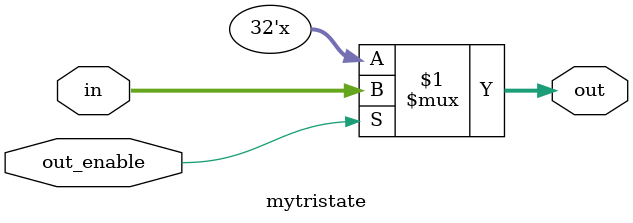
<source format=v>
module mytristate(out, in, out_enable);
    input out_enable;
    input [31:0] in;
    output [31:0] out;

    assign out = out_enable ? in : 32'bzzzzzzzzzzzzzzzzzzzzzzzzzzzzzzzz;
endmodule
</source>
